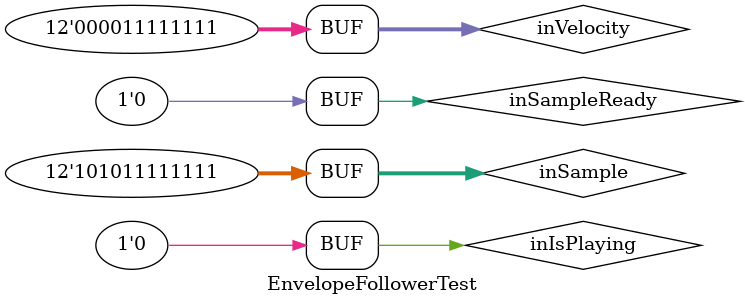
<source format=v>
`timescale 1ns / 1ps
`include "AddOperation.v"
`include "SubtractOperation.v"

module EnvelopeFollowerTest;

	// Inputs
	reg [11:0] inSample;
	reg inSampleReady;
	reg inIsPlaying;
	reg [11:0] inVelocity;

	// Outputs
	wire [11:0] outSample;

	// Instantiate the Unit Under Test (UUT)
	EnvelopeFollower uut (
		.inSample(inSample), 
		.inSampleReady(inSampleReady), 
		.inIsPlaying(inIsPlaying), 
		.inVelocity(inVelocity),
		.outSample(outSample)
	);
	// Initialize Inputs
	initial inVelocity = 12'hFF;
	initial inSample = 12'hAFF;
	initial inSampleReady = 0;
	initial inIsPlaying = 1;
	
	initial begin
		// initial start
		repeat(100) 
		begin
			#5; inSampleReady = ~inSampleReady;
		end
		
		// sustaining playback
		repeat(100) 
		begin
			#5; 
			inSampleReady = ~inSampleReady;
			inSample = inSample + 10;
		end
		
		repeat(100) 
		begin
			#5; 
			inSampleReady = ~inSampleReady;
			inSample = inSample - 20;
		end
		
		// stopping playback
		inIsPlaying = 0;
		
		repeat(100) 
		begin
			#5; inSampleReady = ~inSampleReady;
		end
	end
endmodule

</source>
